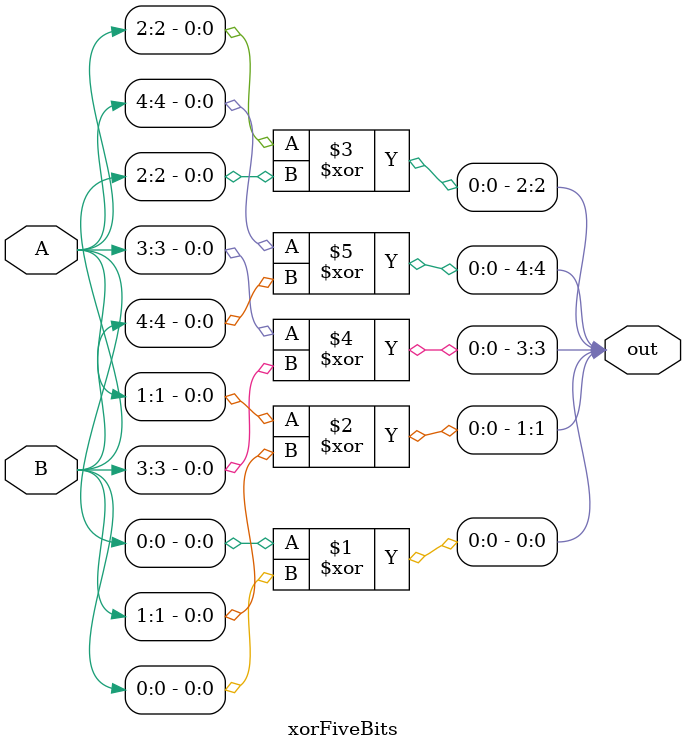
<source format=v>
module xorFiveBits(out,A,B);//5 bitlik iki sayının xor'lanması
input [4:0] A,B; //Input 5 bitlik iki sayı
output [4:0] out; //Outpu 5 bitlik sayı
wire [4:0] A,B,out;


//5 bitin teker teker xor'lanması
xor xor0(out[0],A[0],B[0]);
xor xor1(out[1],A[1],B[1]);
xor xor2(out[2],A[2],B[2]);
xor xor3(out[3],A[3],B[3]);
xor xor4(out[4],A[4],B[4]);

endmodule

</source>
